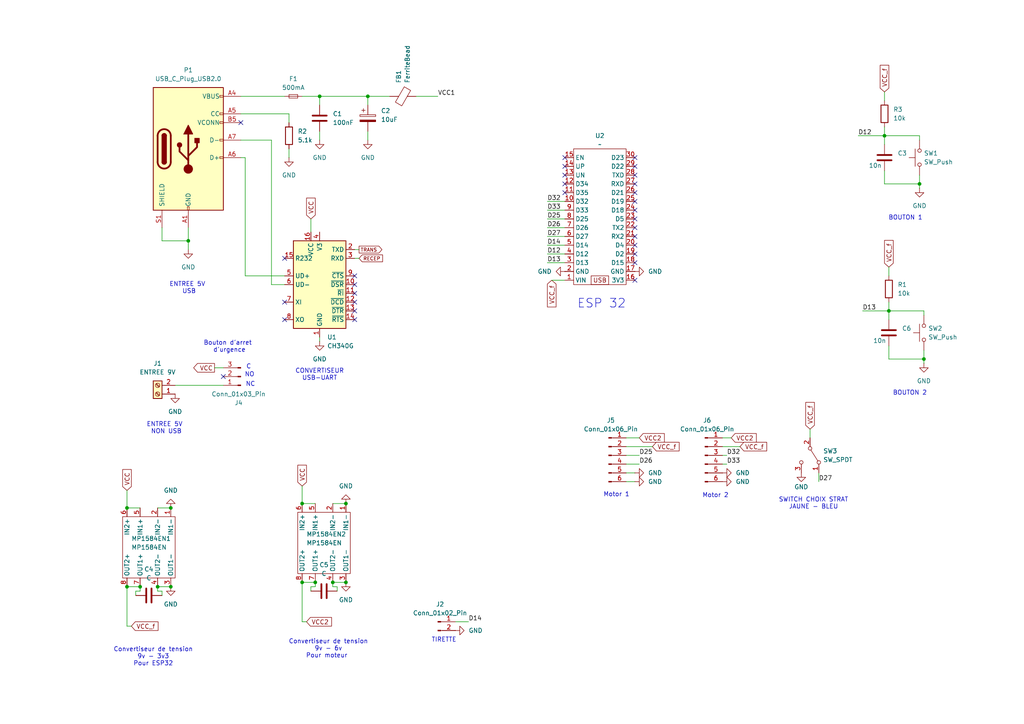
<source format=kicad_sch>
(kicad_sch (version 20231120) (generator "eeschema") (generator_version "8.0")
  (paper "A4")
  (lib_symbols
    (symbol "Connector:Conn_01x02_Pin" (pin_names (offset 1.016) hide)
      (property "Reference" "J" (at 0 2.54 0))
      (property "Value" "Conn_01x02_Pin" (at 0 -5.08 0))
      (symbol "Conn_01x02_Pin_1_1"
        (polyline (pts (xy 1.27 -2.54) (xy 0.8636 -2.54)) (stroke (width 0.1524)))
        (polyline (pts (xy 1.27 0) (xy 0.8636 0)) (stroke (width 0.1524)))
        (rectangle (start 0.8636 -2.413) (end 0 -2.667) (stroke (width 0.1524)) (fill (type outline)))
        (rectangle (start 0.8636 0.127) (end 0 -0.127) (stroke (width 0.1524)) (fill (type outline)))
        (pin passive line (at 5.08 0 180) (length 3.81) (name "Pin_1") (number "1"))
        (pin passive line (at 5.08 -2.54 180) (length 3.81) (name "Pin_2") (number "2"))
      )
    )
    (symbol "Connector:Conn_01x03_Pin" (pin_names (offset 1.016) hide)
      (property "Reference" "J" (at 0 5.08 0))
      (property "Value" "Conn_01x03_Pin" (at 0 -5.08 0))
      (symbol "Conn_01x03_Pin_1_1"
        (polyline (pts (xy 1.27 -2.54) (xy 0.8636 -2.54)) (stroke (width 0.1524)))
        (polyline (pts (xy 1.27 0) (xy 0.8636 0)) (stroke (width 0.1524)))
        (polyline (pts (xy 1.27 2.54) (xy 0.8636 2.54)) (stroke (width 0.1524)))
        (rectangle (start 0.8636 -2.413) (end 0 -2.667) (stroke (width 0.1524)) (fill (type outline)))
        (rectangle (start 0.8636 0.127) (end 0 -0.127) (stroke (width 0.1524)) (fill (type outline)))
        (rectangle (start 0.8636 2.667) (end 0 2.413) (stroke (width 0.1524)) (fill (type outline)))
        (pin passive line (at 5.08 2.54 180) (length 3.81) (name "Pin_1") (number "1"))
        (pin passive line (at 5.08 0 180) (length 3.81) (name "Pin_2") (number "2"))
        (pin passive line (at 5.08 -2.54 180) (length 3.81) (name "Pin_3") (number "3"))
      )
    )
    (symbol "Connector:Conn_01x06_Pin" (pin_names (offset 1.016) hide)
      (property "Reference" "J" (at 0 7.62 0))
      (property "Value" "Conn_01x06_Pin" (at 0 -10.16 0))
      (symbol "Conn_01x06_Pin_1_1"
        (polyline (pts (xy 1.27 -7.62) (xy 0.8636 -7.62)) (stroke (width 0.1524)))
        (polyline (pts (xy 1.27 -5.08) (xy 0.8636 -5.08)) (stroke (width 0.1524)))
        (polyline (pts (xy 1.27 -2.54) (xy 0.8636 -2.54)) (stroke (width 0.1524)))
        (polyline (pts (xy 1.27 0) (xy 0.8636 0)) (stroke (width 0.1524)))
        (polyline (pts (xy 1.27 2.54) (xy 0.8636 2.54)) (stroke (width 0.1524)))
        (polyline (pts (xy 1.27 5.08) (xy 0.8636 5.08)) (stroke (width 0.1524)))
        (rectangle (start 0.8636 -7.493) (end 0 -7.747) (stroke (width 0.1524)) (fill (type outline)))
        (rectangle (start 0.8636 -4.953) (end 0 -5.207) (stroke (width 0.1524)) (fill (type outline)))
        (rectangle (start 0.8636 -2.413) (end 0 -2.667) (stroke (width 0.1524)) (fill (type outline)))
        (rectangle (start 0.8636 0.127) (end 0 -0.127) (stroke (width 0.1524)) (fill (type outline)))
        (rectangle (start 0.8636 2.667) (end 0 2.413) (stroke (width 0.1524)) (fill (type outline)))
        (rectangle (start 0.8636 5.207) (end 0 4.953) (stroke (width 0.1524)) (fill (type outline)))
        (pin passive line (at 5.08 5.08 180) (length 3.81) (name "Pin_1") (number "1"))
        (pin passive line (at 5.08 2.54 180) (length 3.81) (name "Pin_2") (number "2"))
        (pin passive line (at 5.08 0 180) (length 3.81) (name "Pin_3") (number "3"))
        (pin passive line (at 5.08 -2.54 180) (length 3.81) (name "Pin_4") (number "4"))
        (pin passive line (at 5.08 -5.08 180) (length 3.81) (name "Pin_5") (number "5"))
        (pin passive line (at 5.08 -7.62 180) (length 3.81) (name "Pin_6") (number "6"))
      )
    )
    (symbol "Connector:Screw_Terminal_01x02" (pin_names (offset 1.016) hide)
      (property "Reference" "J" (at 0 2.54 0))
      (property "Value" "Screw_Terminal_01x02" (at 0 -5.08 0))
      (symbol "Screw_Terminal_01x02_1_1"
        (rectangle (start -1.27 1.27) (end 1.27 -3.81) (stroke (width 0.254)) (fill (type background)))
        (circle (center 0 -2.54) (radius 0.635) (stroke (width 0.1524)))
        (polyline (pts (xy -0.5334 -2.2098) (xy 0.3302 -3.048)) (stroke (width 0.1524)))
        (polyline (pts (xy -0.5334 0.3302) (xy 0.3302 -0.508)) (stroke (width 0.1524)))
        (polyline (pts (xy -0.3556 -2.032) (xy 0.508 -2.8702)) (stroke (width 0.1524)))
        (polyline (pts (xy -0.3556 0.508) (xy 0.508 -0.3302)) (stroke (width 0.1524)))
        (circle (center 0 0) (radius 0.635) (stroke (width 0.1524)))
        (pin passive line (at -5.08 0 0) (length 3.81) (name "Pin_1") (number "1"))
        (pin passive line (at -5.08 -2.54 0) (length 3.81) (name "Pin_2") (number "2"))
      )
    )
    (symbol "Connector:USB_C_Plug_USB2.0" (pin_names (offset 1.016))
      (property "Reference" "P" (at -10.16 19.05 0))
      (property "Value" "USB_C_Plug_USB2.0" (at 12.7 19.05 0))
      (symbol "USB_C_Plug_USB2.0_0_0"
        (rectangle (start -0.254 -17.78) (end 0.254 -16.764))
        (rectangle (start 10.16 -2.286) (end 9.144 -2.794))
        (rectangle (start 10.16 2.794) (end 9.144 2.286))
        (rectangle (start 10.16 7.874) (end 9.144 7.366))
        (rectangle (start 10.16 10.414) (end 9.144 9.906))
        (rectangle (start 10.16 15.494) (end 9.144 14.986))
      )
      (symbol "USB_C_Plug_USB2.0_0_1"
        (rectangle (start -10.16 17.78) (end 10.16 -17.78) (stroke (width 0.254)) (fill (type background)))
        (arc (start -8.89 -3.81) (mid -6.985 -5.7067) (end -5.08 -3.81) (stroke (width 0.508)))
        (arc (start -7.62 -3.81) (mid -6.985 -4.4423) (end -6.35 -3.81) (stroke (width 0.254)))
        (arc (start -7.62 -3.81) (mid -6.985 -4.4423) (end -6.35 -3.81) (stroke (width 0.254)) (fill (type outline)))
        (rectangle (start -7.62 -3.81) (end -6.35 3.81) (stroke (width 0.254)) (fill (type outline)))
        (arc (start -6.35 3.81) (mid -6.985 4.4423) (end -7.62 3.81) (stroke (width 0.254)))
        (arc (start -6.35 3.81) (mid -6.985 4.4423) (end -7.62 3.81) (stroke (width 0.254)) (fill (type outline)))
        (arc (start -5.08 3.81) (mid -6.985 5.7067) (end -8.89 3.81) (stroke (width 0.508)))
        (circle (center -2.54 1.143) (radius 0.635) (stroke (width 0.254)) (fill (type outline)))
        (circle (center 0 -5.842) (radius 1.27) (fill (type outline)))
        (polyline (pts (xy -8.89 -3.81) (xy -8.89 3.81)) (stroke (width 0.508)))
        (polyline (pts (xy -5.08 3.81) (xy -5.08 -3.81)) (stroke (width 0.508)))
        (polyline (pts (xy 0 -5.842) (xy 0 4.318)) (stroke (width 0.508)))
        (polyline (pts (xy 0 -3.302) (xy -2.54 -0.762) (xy -2.54 0.508)) (stroke (width 0.508)))
        (polyline (pts (xy 0 -2.032) (xy 2.54 0.508) (xy 2.54 1.778)) (stroke (width 0.508)))
        (polyline (pts (xy -1.27 4.318) (xy 0 6.858) (xy 1.27 4.318) (xy -1.27 4.318)) (stroke (width 0.254)) (fill (type outline)))
        (rectangle (start 1.905 1.778) (end 3.175 3.048) (stroke (width 0.254)) (fill (type outline)))
      )
      (symbol "USB_C_Plug_USB2.0_1_1"
        (pin passive line (at 0 -22.86 90) (length 5.08) (name "GND") (number "A1"))
        (pin passive line (at 0 -22.86 90) (length 5.08) hide (name "GND") (number "A12"))
        (pin passive line (at 15.24 15.24 180) (length 5.08) (name "VBUS") (number "A4"))
        (pin bidirectional line (at 15.24 10.16 180) (length 5.08) (name "CC") (number "A5"))
        (pin bidirectional line (at 15.24 -2.54 180) (length 5.08) (name "D+") (number "A6"))
        (pin bidirectional line (at 15.24 2.54 180) (length 5.08) (name "D-") (number "A7"))
        (pin passive line (at 15.24 15.24 180) (length 5.08) hide (name "VBUS") (number "A9"))
        (pin passive line (at 0 -22.86 90) (length 5.08) hide (name "GND") (number "B1"))
        (pin passive line (at 0 -22.86 90) (length 5.08) hide (name "GND") (number "B12"))
        (pin passive line (at 15.24 15.24 180) (length 5.08) hide (name "VBUS") (number "B4"))
        (pin bidirectional line (at 15.24 7.62 180) (length 5.08) (name "VCONN") (number "B5"))
        (pin passive line (at 15.24 15.24 180) (length 5.08) hide (name "VBUS") (number "B9"))
        (pin passive line (at -7.62 -22.86 90) (length 5.08) (name "SHIELD") (number "S1"))
      )
    )
    (symbol "Device:C" (pin_numbers hide) (pin_names (offset 0.254))
      (property "Reference" "C" (at 0.635 2.54 0))
      (property "Value" "C" (at 0.635 -2.54 0))
      (symbol "C_0_1"
        (polyline (pts (xy -2.032 -0.762) (xy 2.032 -0.762)) (stroke (width 0.508)))
        (polyline (pts (xy -2.032 0.762) (xy 2.032 0.762)) (stroke (width 0.508)))
      )
      (symbol "C_1_1"
        (pin passive line (at 0 3.81 270) (length 2.794) (name "~") (number "1"))
        (pin passive line (at 0 -3.81 90) (length 2.794) (name "~") (number "2"))
      )
    )
    (symbol "Device:C_Polarized" (pin_numbers hide) (pin_names (offset 0.254))
      (property "Reference" "C" (at 0.635 2.54 0))
      (property "Value" "C_Polarized" (at 0.635 -2.54 0))
      (symbol "C_Polarized_0_1"
        (rectangle (start -2.286 0.508) (end 2.286 1.016))
        (polyline (pts (xy -1.778 2.286) (xy -0.762 2.286)))
        (polyline (pts (xy -1.27 2.794) (xy -1.27 1.778)))
        (rectangle (start 2.286 -0.508) (end -2.286 -1.016) (fill (type outline)))
      )
      (symbol "C_Polarized_1_1"
        (pin passive line (at 0 3.81 270) (length 2.794) (name "~") (number "1"))
        (pin passive line (at 0 -3.81 90) (length 2.794) (name "~") (number "2"))
      )
    )
    (symbol "Device:FerriteBead" (pin_numbers hide) (pin_names (offset 0))
      (property "Reference" "FB" (at -3.81 0.635 90))
      (property "Value" "FerriteBead" (at 3.81 0 90))
      (symbol "FerriteBead_0_1"
        (polyline (pts (xy 0 -1.27) (xy 0 -1.2192)))
        (polyline (pts (xy 0 1.27) (xy 0 1.2954)))
        (polyline (pts (xy -2.7686 0.4064) (xy -1.7018 2.2606) (xy 2.7686 -0.3048) (xy 1.6764 -2.159) (xy -2.7686 0.4064)))
      )
      (symbol "FerriteBead_1_1"
        (pin passive line (at 0 3.81 270) (length 2.54) (name "~") (number "1"))
        (pin passive line (at 0 -3.81 90) (length 2.54) (name "~") (number "2"))
      )
    )
    (symbol "Device:Fuse_Small" (pin_numbers hide) (pin_names (offset 0.254) hide)
      (property "Reference" "F" (at 0 -1.524 0))
      (property "Value" "Fuse_Small" (at 0 1.524 0))
      (symbol "Fuse_Small_0_1"
        (rectangle (start -1.27 0.508) (end 1.27 -0.508))
        (polyline (pts (xy -1.27 0) (xy 1.27 0)))
      )
      (symbol "Fuse_Small_1_1"
        (pin passive line (at -2.54 0 0) (length 1.27) (name "~") (number "1"))
        (pin passive line (at 2.54 0 180) (length 1.27) (name "~") (number "2"))
      )
    )
    (symbol "Device:R" (pin_numbers hide) (pin_names (offset 0))
      (property "Reference" "R" (at 2.032 0 90))
      (property "Value" "R" (at 0 0 90))
      (symbol "R_0_1"
        (rectangle (start -1.016 -2.54) (end 1.016 2.54) (stroke (width 0.254)))
      )
      (symbol "R_1_1"
        (pin passive line (at 0 3.81 270) (length 1.27) (name "~") (number "1"))
        (pin passive line (at 0 -3.81 90) (length 1.27) (name "~") (number "2"))
      )
    )
    (symbol "ESP_32_ANGE:ESP_32_WROOM32"
      (property "Reference" "U2" (at 0 19.05 0))
      (property "Value" "~" (at 0 16.51 0))
      (symbol "ESP_32_WROOM32_0_1"
        (rectangle (start -7.62 15.24) (end 7.62 -24.13))
        (rectangle (start -2.54 -21.59) (end 2.54 -24.13))
      )
      (symbol "ESP_32_WROOM32_1_1"
        (text "USB\n" (at 0 -22.86 0) (effects (font (size 1.27 1.27))))
        (pin power_in line (at -10.16 -22.86 0) (length 2.54) (name "VIN") (number "1"))
        (pin passive line (at -10.16 0 0) (length 2.54) (name "D32") (number "10"))
        (pin passive line (at -10.16 2.54 0) (length 2.54) (name "D35") (number "11"))
        (pin passive line (at -10.16 5.08 0) (length 2.54) (name "D34") (number "12"))
        (pin passive line (at -10.16 7.62 0) (length 2.54) (name "UN") (number "13"))
        (pin passive line (at -10.16 10.16 0) (length 2.54) (name "UP") (number "14"))
        (pin passive line (at -10.16 12.7 0) (length 2.54) (name "EN") (number "15"))
        (pin power_out line (at 10.16 -22.86 180) (length 2.54) (name "3V3") (number "16"))
        (pin power_in line (at 10.16 -20.32 180) (length 2.54) (name "GND") (number "17"))
        (pin passive line (at 10.16 -17.78 180) (length 2.54) (name "D15") (number "18"))
        (pin passive line (at 10.16 -15.24 180) (length 2.54) (name "D2") (number "19"))
        (pin power_in line (at -10.16 -20.32 0) (length 2.54) (name "GND") (number "2"))
        (pin passive line (at 10.16 -12.7 180) (length 2.54) (name "D4") (number "20"))
        (pin passive line (at 10.16 -10.16 180) (length 2.54) (name "RX2") (number "21"))
        (pin passive line (at 10.16 -7.62 180) (length 2.54) (name "TX2") (number "22"))
        (pin passive line (at 10.16 -5.08 180) (length 2.54) (name "D5") (number "23"))
        (pin passive line (at 10.16 -2.54 180) (length 2.54) (name "D18") (number "24"))
        (pin passive line (at 10.16 0 180) (length 2.54) (name "D19") (number "25"))
        (pin passive line (at 10.16 2.54 180) (length 2.54) (name "D21") (number "26"))
        (pin passive line (at 10.16 5.08 180) (length 2.54) (name "RXD") (number "27"))
        (pin passive line (at 10.16 7.62 180) (length 2.54) (name "TXD") (number "28"))
        (pin passive line (at 10.16 10.16 180) (length 2.54) (name "D22") (number "29"))
        (pin passive line (at -10.16 -17.78 0) (length 2.54) (name "D13") (number "3"))
        (pin passive line (at 10.16 12.7 180) (length 2.54) (name "D23") (number "30"))
        (pin passive line (at -10.16 -15.24 0) (length 2.54) (name "D12") (number "4"))
        (pin passive line (at -10.16 -12.7 0) (length 2.54) (name "D14") (number "5"))
        (pin passive line (at -10.16 -10.16 0) (length 2.54) (name "D27") (number "6"))
        (pin passive line (at -10.16 -7.62 0) (length 2.54) (name "D26") (number "7"))
        (pin passive line (at -10.16 -5.08 0) (length 2.54) (name "D25") (number "8"))
        (pin passive line (at -10.16 -2.54 0) (length 2.54) (name "D33") (number "9"))
      )
    )
    (symbol "GND_5" (power) (pin_names (offset 0))
      (property "Value" "GND_5" (at 0 -3.81 0))
      (symbol "GND_5_0_1"
        (polyline (pts (xy 0 0) (xy 0 -1.27) (xy 1.27 -1.27) (xy 0 -2.54) (xy -1.27 -1.27) (xy 0 -1.27)))
      )
      (symbol "GND_5_1_1"
        (pin power_in line (at 0 0 270) (length 0) hide (name "GND") (number "1"))
      )
    )
    (symbol "GND_6" (power) (pin_names (offset 0))
      (property "Value" "GND_6" (at 0 -3.81 0))
      (symbol "GND_6_0_1"
        (polyline (pts (xy 0 0) (xy 0 -1.27) (xy 1.27 -1.27) (xy 0 -2.54) (xy -1.27 -1.27) (xy 0 -1.27)))
      )
      (symbol "GND_6_1_1"
        (pin power_in line (at 0 0 270) (length 0) hide (name "GND") (number "1"))
      )
    )
    (symbol "Interface_USB:CH340G"
      (property "Reference" "U" (at -5.08 13.97 0))
      (property "Value" "CH340G" (at 1.27 13.97 0))
      (symbol "CH340G_0_1"
        (rectangle (start -7.62 12.7) (end 7.62 -12.7) (stroke (width 0.254)) (fill (type background)))
      )
      (symbol "CH340G_1_1"
        (pin power_in line (at 0 -15.24 90) (length 2.54) (name "GND") (number "1"))
        (pin input line (at 10.16 0 180) (length 2.54) (name "~{DSR}") (number "10"))
        (pin input line (at 10.16 -2.54 180) (length 2.54) (name "~{RI}") (number "11"))
        (pin input line (at 10.16 -5.08 180) (length 2.54) (name "~{DCD}") (number "12"))
        (pin output line (at 10.16 -7.62 180) (length 2.54) (name "~{DTR}") (number "13"))
        (pin output line (at 10.16 -10.16 180) (length 2.54) (name "~{RTS}") (number "14"))
        (pin input line (at -10.16 7.62 0) (length 2.54) (name "R232") (number "15"))
        (pin power_in line (at -2.54 15.24 270) (length 2.54) (name "VCC") (number "16"))
        (pin output line (at 10.16 10.16 180) (length 2.54) (name "TXD") (number "2"))
        (pin input line (at 10.16 7.62 180) (length 2.54) (name "RXD") (number "3"))
        (pin power_out line (at 0 15.24 270) (length 2.54) (name "V3") (number "4"))
        (pin bidirectional line (at -10.16 2.54 0) (length 2.54) (name "UD+") (number "5"))
        (pin bidirectional line (at -10.16 0 0) (length 2.54) (name "UD-") (number "6"))
        (pin input line (at -10.16 -5.08 0) (length 2.54) (name "XI") (number "7"))
        (pin output line (at -10.16 -10.16 0) (length 2.54) (name "XO") (number "8"))
        (pin input line (at 10.16 2.54 180) (length 2.54) (name "~{CTS}") (number "9"))
      )
    )
    (symbol "MP1584EN:Module"
      (property "Reference" "MP1584EN1" (at -2.54 -6.35 90))
      (property "Value" "MP1584EN" (at 0 -6.35 90))
      (symbol "Module_0_1"
        (rectangle (start -8.89 6.35) (end 8.89 -8.89))
      )
      (symbol "Module_1_1"
        (pin input line (at -11.43 5.08 0) (length 2.54) (name "IN1-") (number "1"))
        (pin input line (at -11.43 1.27 0) (length 2.54) (name "IN2-") (number "2"))
        (pin output line (at 11.43 5.08 180) (length 2.54) (name "OUT1-") (number "3"))
        (pin output line (at 11.43 1.27 180) (length 2.54) (name "OUT2-") (number "4"))
        (pin input line (at -11.43 -3.81 0) (length 2.54) (name "IN1+") (number "5"))
        (pin input line (at -11.43 -7.62 0) (length 2.54) (name "IN2+") (number "6"))
        (pin output line (at 11.43 -3.81 180) (length 2.54) (name "OUT1+") (number "7"))
        (pin output line (at 11.43 -7.62 180) (length 2.54) (name "OUT2+") (number "8"))
      )
    )
    (symbol "Switch:SW_Push" (pin_numbers hide) (pin_names (offset 1.016) hide)
      (property "Reference" "SW" (at 1.27 2.54 0))
      (property "Value" "SW_Push" (at 0 -1.524 0))
      (symbol "SW_Push_0_1"
        (circle (center -2.032 0) (radius 0.508))
        (polyline (pts (xy 0 1.27) (xy 0 3.048)))
        (polyline (pts (xy 2.54 1.27) (xy -2.54 1.27)))
        (circle (center 2.032 0) (radius 0.508))
        (pin passive line (at -5.08 0 0) (length 2.54) (name "1") (number "1"))
        (pin passive line (at 5.08 0 180) (length 2.54) (name "2") (number "2"))
      )
    )
    (symbol "Switch:SW_SPDT" (pin_names (offset 0) hide)
      (property "Reference" "SW" (at 0 4.318 0))
      (property "Value" "SW_SPDT" (at 0 -5.08 0))
      (symbol "SW_SPDT_0_0"
        (circle (center -2.032 0) (radius 0.508))
        (circle (center 2.032 -2.54) (radius 0.508))
      )
      (symbol "SW_SPDT_0_1"
        (polyline (pts (xy -1.524 0.254) (xy 1.651 2.286)))
        (circle (center 2.032 2.54) (radius 0.508))
      )
      (symbol "SW_SPDT_1_1"
        (pin passive line (at 5.08 2.54 180) (length 2.54) (name "A") (number "1"))
        (pin passive line (at -5.08 0 0) (length 2.54) (name "B") (number "2"))
        (pin passive line (at 5.08 -2.54 180) (length 2.54) (name "C") (number "3"))
      )
    )
    (symbol "power:GND" (power) (pin_numbers hide) (pin_names (offset 0) hide)
      (property "Value" "GND" (at 0 -3.81 0))
      (symbol "GND_0_1"
        (polyline (pts (xy 0 0) (xy 0 -1.27) (xy 1.27 -1.27) (xy 0 -2.54) (xy -1.27 -1.27) (xy 0 -1.27)))
      )
      (symbol "GND_1_1"
        (pin power_in line (at 0 0 270) (length 0) (name "~") (number "1"))
      )
    )
  )
  (junction (at 100.33 146.05))
  (junction (at 36.83 170.18))
  (junction (at 106.68 27.94))
  (junction (at 87.63 146.05))
  (junction (at 91.44 168.91))
  (junction (at 256.54 39.37))
  (junction (at 100.33 168.91))
  (junction (at 36.83 147.32))
  (junction (at 40.64 170.18))
  (junction (at 49.53 170.18))
  (junction (at 267.97 104.14))
  (junction (at 257.81 90.17))
  (junction (at 45.72 170.18))
  (junction (at 96.52 168.91))
  (junction (at 49.53 147.32))
  (junction (at 92.71 27.94))
  (junction (at 87.63 168.91))
  (junction (at 54.61 69.85))
  (junction (at 266.7 53.34))
  (no_connect (at 184.15 48.26))
  (no_connect (at 69.85 35.56))
  (no_connect (at 163.83 48.26))
  (no_connect (at 184.15 60.96))
  (no_connect (at 184.15 81.28))
  (no_connect (at 64.77 109.22))
  (no_connect (at 163.83 55.88))
  (no_connect (at 184.15 68.58))
  (no_connect (at 184.15 45.72))
  (no_connect (at 184.15 58.42))
  (no_connect (at 184.15 76.2))
  (no_connect (at 102.87 80.01))
  (no_connect (at 184.15 71.12))
  (no_connect (at 184.15 55.88))
  (no_connect (at 102.87 82.55))
  (no_connect (at 82.55 92.71))
  (no_connect (at 102.87 87.63))
  (no_connect (at 102.87 90.17))
  (no_connect (at 184.15 50.8))
  (no_connect (at 163.83 53.34))
  (no_connect (at 163.83 45.72))
  (no_connect (at 184.15 73.66))
  (no_connect (at 82.55 74.93))
  (no_connect (at 102.87 92.71))
  (no_connect (at 184.15 53.34))
  (no_connect (at 163.83 50.8))
  (no_connect (at 184.15 63.5))
  (no_connect (at 184.15 66.04))
  (no_connect (at 82.55 87.63))
  (no_connect (at 102.87 85.09))
  (wire (pts (xy 158.75 60.96) (xy 163.83 60.96)))
  (wire (pts (xy 158.75 58.42) (xy 163.83 58.42)))
  (wire (pts (xy 257.81 77.47) (xy 257.81 80.01)))
  (wire (pts (xy 237.49 139.7) (xy 237.49 137.16)))
  (wire (pts (xy 158.75 63.5) (xy 163.83 63.5)))
  (wire (pts (xy 40.64 170.18) (xy 40.64 171.45)))
  (wire (pts (xy 184.15 137.16) (xy 181.61 137.16)))
  (wire (pts (xy 256.54 53.34) (xy 266.7 53.34)))
  (wire (pts (xy 256.54 39.37) (xy 266.7 39.37)))
  (wire (pts (xy 158.75 73.66) (xy 163.83 73.66)))
  (wire (pts (xy 102.87 74.93) (xy 104.14 74.93)))
  (wire (pts (xy 46.99 171.45) (xy 46.99 172.72)))
  (wire (pts (xy 90.17 63.5) (xy 90.17 67.31)))
  (wire (pts (xy 234.95 124.46) (xy 234.95 127)))
  (wire (pts (xy 185.42 134.62) (xy 181.61 134.62)))
  (wire (pts (xy 36.83 170.18) (xy 40.64 170.18)))
  (wire (pts (xy 45.72 170.18) (xy 45.72 171.45)))
  (wire (pts (xy 209.55 129.54) (xy 214.63 129.54)))
  (wire (pts (xy 92.71 27.94) (xy 106.68 27.94)))
  (wire (pts (xy 40.64 171.45) (xy 39.37 171.45)))
  (wire (pts (xy 257.81 92.71) (xy 257.81 90.17)))
  (wire (pts (xy 209.55 134.62) (xy 210.82 134.62)))
  (wire (pts (xy 45.72 170.18) (xy 49.53 170.18)))
  (wire (pts (xy 36.83 142.24) (xy 36.83 147.32)))
  (wire (pts (xy 71.12 80.01) (xy 71.12 45.72)))
  (wire (pts (xy 256.54 36.83) (xy 256.54 39.37)))
  (wire (pts (xy 266.7 53.34) (xy 266.7 54.61)))
  (wire (pts (xy 78.74 82.55) (xy 82.55 82.55)))
  (wire (pts (xy 69.85 27.94) (xy 82.55 27.94)))
  (wire (pts (xy 54.61 69.85) (xy 54.61 72.39)))
  (wire (pts (xy 266.7 50.8) (xy 266.7 53.34)))
  (wire (pts (xy 96.52 168.91) (xy 100.33 168.91)))
  (wire (pts (xy 256.54 26.67) (xy 256.54 29.21)))
  (wire (pts (xy 160.02 81.28) (xy 163.83 81.28)))
  (wire (pts (xy 46.99 66.04) (xy 46.99 69.85)))
  (wire (pts (xy 87.63 168.91) (xy 91.44 168.91)))
  (wire (pts (xy 82.55 80.01) (xy 71.12 80.01)))
  (wire (pts (xy 71.12 45.72) (xy 69.85 45.72)))
  (wire (pts (xy 90.17 170.18) (xy 90.17 171.45)))
  (wire (pts (xy 54.61 66.04) (xy 54.61 69.85)))
  (wire (pts (xy 209.55 132.08) (xy 210.82 132.08)))
  (wire (pts (xy 87.63 146.05) (xy 91.44 146.05)))
  (wire (pts (xy 39.37 171.45) (xy 39.37 172.72)))
  (wire (pts (xy 87.63 180.34) (xy 88.9 180.34)))
  (wire (pts (xy 87.63 168.91) (xy 87.63 180.34)))
  (wire (pts (xy 185.42 127) (xy 181.61 127)))
  (wire (pts (xy 106.68 30.48) (xy 106.68 27.94)))
  (wire (pts (xy 64.77 106.68) (xy 62.23 106.68)))
  (wire (pts (xy 83.82 33.02) (xy 83.82 35.56)))
  (wire (pts (xy 267.97 104.14) (xy 267.97 105.41)))
  (wire (pts (xy 91.44 168.91) (xy 91.44 170.18)))
  (wire (pts (xy 69.85 33.02) (xy 83.82 33.02)))
  (wire (pts (xy 92.71 97.79) (xy 92.71 99.06)))
  (wire (pts (xy 120.65 27.94) (xy 127 27.94)))
  (wire (pts (xy 36.83 147.32) (xy 40.64 147.32)))
  (wire (pts (xy 248.92 39.37) (xy 256.54 39.37)))
  (wire (pts (xy 158.75 76.2) (xy 163.83 76.2)))
  (wire (pts (xy 257.81 104.14) (xy 267.97 104.14)))
  (wire (pts (xy 87.63 140.97) (xy 87.63 146.05)))
  (wire (pts (xy 96.52 168.91) (xy 96.52 170.18)))
  (wire (pts (xy 267.97 101.6) (xy 267.97 104.14)))
  (wire (pts (xy 96.52 170.18) (xy 97.79 170.18)))
  (wire (pts (xy 158.75 66.04) (xy 163.83 66.04)))
  (wire (pts (xy 209.55 127) (xy 212.09 127)))
  (wire (pts (xy 45.72 147.32) (xy 49.53 147.32)))
  (wire (pts (xy 135.89 180.34) (xy 132.08 180.34)))
  (wire (pts (xy 257.81 100.33) (xy 257.81 104.14)))
  (wire (pts (xy 158.75 68.58) (xy 163.83 68.58)))
  (wire (pts (xy 250.19 90.17) (xy 257.81 90.17)))
  (wire (pts (xy 256.54 41.91) (xy 256.54 39.37)))
  (wire (pts (xy 96.52 146.05) (xy 100.33 146.05)))
  (wire (pts (xy 36.83 170.18) (xy 36.83 181.61)))
  (wire (pts (xy 69.85 40.64) (xy 78.74 40.64)))
  (wire (pts (xy 106.68 27.94) (xy 113.03 27.94)))
  (wire (pts (xy 45.72 171.45) (xy 46.99 171.45)))
  (wire (pts (xy 257.81 87.63) (xy 257.81 90.17)))
  (wire (pts (xy 185.42 132.08) (xy 181.61 132.08)))
  (wire (pts (xy 87.63 27.94) (xy 92.71 27.94)))
  (wire (pts (xy 78.74 40.64) (xy 78.74 82.55)))
  (wire (pts (xy 36.83 181.61) (xy 38.1 181.61)))
  (wire (pts (xy 83.82 43.18) (xy 83.82 45.72)))
  (wire (pts (xy 158.75 71.12) (xy 163.83 71.12)))
  (wire (pts (xy 91.44 170.18) (xy 90.17 170.18)))
  (wire (pts (xy 50.8 111.76) (xy 64.77 111.76)))
  (wire (pts (xy 92.71 38.1) (xy 92.71 40.64)))
  (wire (pts (xy 104.14 72.39) (xy 102.87 72.39)))
  (wire (pts (xy 92.71 30.48) (xy 92.71 27.94)))
  (wire (pts (xy 184.15 139.7) (xy 181.61 139.7)))
  (wire (pts (xy 256.54 49.53) (xy 256.54 53.34)))
  (wire (pts (xy 257.81 90.17) (xy 267.97 90.17)))
  (wire (pts (xy 97.79 170.18) (xy 97.79 171.45)))
  (wire (pts (xy 266.7 39.37) (xy 266.7 40.64)))
  (wire (pts (xy 189.23 129.54) (xy 181.61 129.54)))
  (wire (pts (xy 46.99 69.85) (xy 54.61 69.85)))
  (wire (pts (xy 267.97 90.17) (xy 267.97 91.44)))
  (wire (pts (xy 106.68 38.1) (xy 106.68 40.64)))
  (text "SWITCH CHOIX STRAT\nJAUNE - BLEU" (at 235.966 146.05 0) (effects (font (size 1.27 1.27))))
  (text "Bouton d'arret \nd'urgence" (at 66.548 100.584 0) (effects (font (size 1.27 1.27))))
  (text "NO\n" (at 72.39 108.712 0) (effects (font (size 1.27 1.27))))
  (text "NC\n" (at 72.644 111.506 0) (effects (font (size 1.27 1.27))))
  (text "ENTREE 5V\n USB" (at 54.356 83.566 0) (effects (font (size 1.27 1.27))))
  (text "BOUTON 1\n" (at 262.636 63.246 0) (effects (font (size 1.27 1.27))))
  (text "Convertiseur de tension\n9v - 3v3\nPour ESP32\n" (at 44.45 190.5 0) (effects (font (size 1.27 1.27))))
  (text "C" (at 72.136 106.426 0) (effects (font (size 1.27 1.27))))
  (text "TIRETTE\n" (at 128.778 185.674 0) (effects (font (size 1.27 1.27))))
  (text "CONVERTISEUR\nUSB-UART\n" (at 92.71 108.712 0) (effects (font (size 1.27 1.27))))
  (text "BOUTON 2\n" (at 263.906 114.046 0) (effects (font (size 1.27 1.27))))
  (text "Motor 1\n" (at 178.816 143.51 0) (effects (font (size 1.27 1.27))))
  (text "ENTREE 5V\n NON USB" (at 47.752 124.206 0) (effects (font (size 1.27 1.27))))
  (text "ESP 32" (at 174.498 88.138 0) (effects (font (size 2.54 2.54))))
  (text "Motor 2\n" (at 207.518 143.764 0) (effects (font (size 1.27 1.27))))
  (text "Convertiseur de tension\n9v - 6v\nPour moteur \n " (at 95.25 189.23 0) (effects (font (size 1.27 1.27))))
  (label "D27" (at 237.49 139.7 0))
  (label "D27" (at 158.75 68.58 0))
  (label "D13" (at 158.75 76.2 0))
  (label "D32" (at 158.75 58.42 0))
  (label "VCC1" (at 127 27.94 0))
  (label "D12" (at 158.75 73.66 0))
  (label "D33" (at 210.82 134.62 0))
  (label "D25" (at 185.42 132.08 0))
  (label "D26" (at 185.42 134.62 0))
  (label "D14" (at 158.75 71.12 0))
  (label "D33" (at 158.75 60.96 0))
  (label "D25" (at 158.75 63.5 0))
  (label "D14" (at 135.89 180.34 0))
  (label "D12" (at 248.92 39.37 0))
  (label "D26" (at 158.75 66.04 0))
  (label "D13" (at 250.19 90.17 0))
  (label "D32" (at 210.82 132.08 0))
  (global_label "VCC_f" (shape input) (at 189.23 129.54 0) (property "Intersheetrefs" "${INTERSHEET_REFS}" (effects (hide yes))))
  (global_label "VCC" (shape input) (at 90.17 63.5 90) (property "Intersheetrefs" "${INTERSHEET_REFS}" (effects (hide yes))))
  (global_label "VCC_f" (shape input) (at 38.1 181.61 0) (property "Intersheetrefs" "${INTERSHEET_REFS}" (effects (hide yes))))
  (global_label "VCC" (shape output) (at 62.23 106.68 180) (property "Intersheetrefs" "${INTERSHEET_REFS}" (effects (hide yes))))
  (global_label "VCC_f" (shape input) (at 257.81 77.47 90) (property "Intersheetrefs" "${INTERSHEET_REFS}" (effects (hide yes))))
  (global_label "RECEP" (shape input) (at 104.14 74.93 0) (effects (font (size 1.016 1.016))) (property "Intersheetrefs" "${INTERSHEET_REFS}" (effects (hide yes))))
  (global_label "VCC_f" (shape input) (at 214.63 129.54 0) (property "Intersheetrefs" "${INTERSHEET_REFS}" (effects (hide yes))))
  (global_label "VCC" (shape input) (at 87.63 140.97 90) (property "Intersheetrefs" "${INTERSHEET_REFS}" (effects (hide yes))))
  (global_label "VCC2" (shape input) (at 185.42 127 0) (property "Intersheetrefs" "${INTERSHEET_REFS}" (effects (hide yes))))
  (global_label "VCC2" (shape input) (at 212.09 127 0) (property "Intersheetrefs" "${INTERSHEET_REFS}" (effects (hide yes))))
  (global_label "VCC_f" (shape input) (at 256.54 26.67 90) (property "Intersheetrefs" "${INTERSHEET_REFS}" (effects (hide yes))))
  (global_label "VCC_f" (shape input) (at 234.95 124.46 90) (property "Intersheetrefs" "${INTERSHEET_REFS}" (effects (hide yes))))
  (global_label "VCC2" (shape input) (at 88.9 180.34 0) (property "Intersheetrefs" "${INTERSHEET_REFS}" (effects (hide yes))))
  (global_label "TRANS" (shape output) (at 104.14 72.39 0) (effects (font (size 1.016 1.016))) (property "Intersheetrefs" "${INTERSHEET_REFS}" (effects (hide yes))))
  (global_label "VCC" (shape input) (at 36.83 142.24 90) (property "Intersheetrefs" "${INTERSHEET_REFS}" (effects (hide yes))))
  (global_label "VCC_f" (shape input) (at 160.02 81.28 270) (property "Intersheetrefs" "${INTERSHEET_REFS}" (effects (hide yes))))
  (symbol (lib_id "power:GND") (at 92.71 99.06 0) (unit 1)
    (property "Reference" "#PWR07" (effects (hide yes)))
    (property "Value" "GND" (at 92.71 104.14 0))
    (property "Description" "Power symbol creates a global label with name \"GND\" , ground" (effects (hide yes)))
  )
  (symbol (lib_id "ESP_32_ANGE:ESP_32_WROOM32") (at 173.99 58.42 0) (unit 1)
    (property "Reference" "U2" (at 173.99 39.37 0))
    (property "Value" "~" (at 173.99 41.91 0))
    (property "Footprint" "composant_pami:esp32_wroom32" (effects (hide yes)))
  )
  (symbol (lib_id "Switch:SW_Push") (at 267.97 96.52 90) (unit 1)
    (property "Reference" "SW2" (at 269.24 95.2499 90) (effects (justify right)))
    (property "Value" "SW_Push" (at 269.24 97.7899 90) (effects (justify right)))
    (property "Footprint" "Button_Switch_THT:SW_PUSH_6mm_H13mm" (effects (hide yes)))
    (property "Description" "Push button switch, generic, two pins" (effects (hide yes)))
  )
  (symbol (lib_name "GND_5") (lib_id "power:GND") (at 100.33 146.05 180) (unit 1)
    (property "Reference" "#PWR08" (effects (hide yes)))
    (property "Value" "GND" (at 100.33 140.97 0))
  )
  (symbol (lib_id "Interface_USB:CH340G") (at 92.71 82.55 0) (unit 1)
    (property "Reference" "U1" (at 94.9041 97.79 0) (effects (justify left)))
    (property "Value" "CH340G" (at 94.9041 100.33 0) (effects (justify left)))
    (property "Footprint" "Package_SO:SOIC-16_3.9x9.9mm_P1.27mm" (effects (hide yes)))
    (property "Datasheet" "http://www.datasheet5.com/pdf-local-2195953" (effects (hide yes)))
    (property "Description" "USB serial converter, UART, SOIC-16" (effects (hide yes)))
  )
  (symbol (lib_id "power:GND") (at 266.7 54.61 0) (unit 1)
    (property "Reference" "#PWR012" (effects (hide yes)))
    (property "Value" "GND" (at 266.7 59.69 0))
    (property "Description" "Power symbol creates a global label with name \"GND\" , ground" (effects (hide yes)))
  )
  (symbol (lib_id "Connector:Screw_Terminal_01x02") (at 45.72 114.3 180) (unit 1)
    (property "Reference" "J1" (at 45.72 105.41 0))
    (property "Value" "ENTREE 9V" (at 45.72 107.95 0))
    (property "Footprint" "Connector_PinHeader_2.54mm:PinHeader_1x02_P2.54mm_Vertical" (effects (hide yes)))
  )
  (symbol (lib_id "Device:R") (at 83.82 39.37 0) (unit 1)
    (property "Reference" "R2" (at 86.36 38.0999 0) (effects (justify left)))
    (property "Value" "5.1k" (at 86.36 40.6399 0) (effects (justify left)))
    (property "Description" "Resistor" (effects (hide yes)))
  )
  (symbol (lib_id "Switch:SW_Push") (at 266.7 45.72 90) (unit 1)
    (property "Reference" "SW1" (at 267.97 44.4499 90) (effects (justify right)))
    (property "Value" "SW_Push" (at 267.97 46.9899 90) (effects (justify right)))
    (property "Footprint" "Button_Switch_THT:SW_PUSH_6mm_H13mm" (effects (hide yes)))
    (property "Description" "Push button switch, generic, two pins" (effects (hide yes)))
  )
  (symbol (lib_name "GND_6") (lib_id "power:GND") (at 100.33 168.91 0) (unit 1)
    (property "Reference" "#PWR013" (effects (hide yes)))
    (property "Value" "GND" (at 100.33 173.99 0))
  )
  (symbol (lib_id "power:GND") (at 232.41 137.16 0) (unit 1)
    (property "Reference" "#PWR019" (effects (hide yes)))
    (property "Value" "GND" (at 232.41 141.224 0))
    (property "Description" "Power symbol creates a global label with name \"GND\" , ground" (effects (hide yes)))
  )
  (symbol (lib_id "power:GND") (at 83.82 45.72 0) (unit 1)
    (property "Reference" "#PWR03" (effects (hide yes)))
    (property "Value" "GND" (at 83.82 50.8 0))
    (property "Description" "Power symbol creates a global label with name \"GND\" , ground" (effects (hide yes)))
  )
  (symbol (lib_id "power:GND") (at 209.55 137.16 90) (unit 1)
    (property "Reference" "#PWR017" (effects (hide yes)))
    (property "Value" "GND" (at 213.36 137.1599 90) (effects (justify right)))
    (property "Description" "Power symbol creates a global label with name \"GND\" , ground" (effects (hide yes)))
  )
  (symbol (lib_id "Device:FerriteBead") (at 116.84 27.94 270) (unit 1)
    (property "Reference" "FB1" (at 115.6207 24.13 0) (effects (justify right)))
    (property "Value" "FerriteBead" (at 118.1607 24.13 0) (effects (justify right)))
    (property "Description" "Ferrite bead" (effects (hide yes)))
  )
  (symbol (lib_id "power:GND") (at 209.55 139.7 90) (unit 1)
    (property "Reference" "#PWR018" (effects (hide yes)))
    (property "Value" "GND" (at 213.36 139.6999 90) (effects (justify right)))
    (property "Description" "Power symbol creates a global label with name \"GND\" , ground" (effects (hide yes)))
  )
  (symbol (lib_id "Device:C") (at 257.81 96.52 0) (unit 1)
    (property "Reference" "C6" (at 261.62 95.2499 0) (effects (justify left)))
    (property "Value" "10n" (at 253.238 98.806 0) (effects (justify left)))
    (property "Footprint" "Capacitor_THT:C_Disc_D8.0mm_W5.0mm_P5.00mm" (effects (hide yes)))
    (property "Description" "Unpolarized capacitor" (effects (hide yes)))
  )
  (symbol (lib_id "MP1584EN:Module") (at 95.25 157.48 270) (unit 1)
    (property "Reference" "MP1584EN2" (at 88.9 154.94 90) (effects (justify left)))
    (property "Value" "MP1584EN" (at 88.9 157.48 90) (effects (justify left)))
    (property "Footprint" "MP1584EN amazon module:MP1584EN module" (effects (hide yes)))
  )
  (symbol (lib_id "power:GND") (at 184.15 139.7 90) (unit 1)
    (property "Reference" "#PWR06" (effects (hide yes)))
    (property "Value" "GND" (at 187.96 139.6999 90) (effects (justify right)))
    (property "Description" "Power symbol creates a global label with name \"GND\" , ground" (effects (hide yes)))
  )
  (symbol (lib_id "Device:R") (at 257.81 83.82 0) (unit 1)
    (property "Reference" "R1" (at 260.35 82.5499 0) (effects (justify left)))
    (property "Value" "10k" (at 260.35 85.0899 0) (effects (justify left)))
    (property "Footprint" "Resistor_THT:R_Axial_DIN0411_L9.9mm_D3.6mm_P15.24mm_Horizontal" (effects (hide yes)))
    (property "Description" "Resistor" (effects (hide yes)))
  )
  (symbol (lib_id "power:GND") (at 184.15 78.74 90) (unit 1)
    (property "Reference" "#PWR010" (effects (hide yes)))
    (property "Value" "GND" (at 187.96 78.7399 90) (effects (justify right)))
    (property "Description" "Power symbol creates a global label with name \"GND\" , ground" (effects (hide yes)))
  )
  (symbol (lib_id "Connector:USB_C_Plug_USB2.0") (at 54.61 43.18 0) (unit 1)
    (property "Reference" "P1" (at 54.61 20.32 0))
    (property "Value" "USB_C_Plug_USB2.0" (at 54.61 22.86 0))
    (property "Datasheet" "https://www.usb.org/sites/default/files/documents/usb_type-c.zip" (effects (hide yes)))
    (property "Description" "USB 2.0-only Type-C Plug connector" (effects (hide yes)))
  )
  (symbol (lib_id "Connector:Conn_01x03_Pin") (at 69.85 109.22 180) (unit 1)
    (property "Reference" "J4" (at 69.215 116.84 0))
    (property "Value" "Conn_01x03_Pin" (at 69.215 114.3 0))
    (property "Footprint" "Connector_PinSocket_2.54mm:PinSocket_1x03_P2.54mm_Vertical" (effects (hide yes)))
    (property "Description" "Generic connector, single row, 01x03, script generated" (effects (hide yes)))
  )
  (symbol (lib_id "Device:R") (at 256.54 33.02 0) (unit 1)
    (property "Reference" "R3" (at 259.08 31.7499 0) (effects (justify left)))
    (property "Value" "10k" (at 259.08 34.2899 0) (effects (justify left)))
    (property "Footprint" "Resistor_THT:R_Axial_DIN0411_L9.9mm_D3.6mm_P15.24mm_Horizontal" (effects (hide yes)))
    (property "Description" "Resistor" (effects (hide yes)))
  )
  (symbol (lib_id "Device:C") (at 256.54 45.72 0) (unit 1)
    (property "Reference" "C3" (at 260.35 44.4499 0) (effects (justify left)))
    (property "Value" "10n" (at 251.968 48.006 0) (effects (justify left)))
    (property "Footprint" "Capacitor_THT:C_Disc_D8.0mm_W5.0mm_P5.00mm" (effects (hide yes)))
    (property "Description" "Unpolarized capacitor" (effects (hide yes)))
  )
  (symbol (lib_id "Connector:Conn_01x06_Pin") (at 204.47 132.08 0) (unit 1)
    (property "Reference" "J6" (at 205.105 121.92 0))
    (property "Value" "Conn_01x06_Pin" (at 205.105 124.46 0))
    (property "Footprint" "Connector_PinHeader_2.54mm:PinHeader_1x06_P2.54mm_Vertical" (effects (hide yes)))
    (property "Description" "Generic connector, single row, 01x06, script generated" (effects (hide yes)))
  )
  (symbol (lib_name "GND_6") (lib_id "power:GND") (at 49.53 170.18 0) (unit 1)
    (property "Reference" "#PWR015" (effects (hide yes)))
    (property "Value" "GND" (at 49.53 175.26 0))
  )
  (symbol (lib_id "power:GND") (at 163.83 78.74 270) (unit 1)
    (property "Reference" "#PWR09" (effects (hide yes)))
    (property "Value" "GND" (at 160.02 78.7399 90) (effects (justify right)))
    (property "Description" "Power symbol creates a global label with name \"GND\" , ground" (effects (hide yes)))
  )
  (symbol (lib_id "power:GND") (at 184.15 137.16 90) (unit 1)
    (property "Reference" "#PWR016" (effects (hide yes)))
    (property "Value" "GND" (at 187.96 137.1599 90) (effects (justify right)))
    (property "Description" "Power symbol creates a global label with name \"GND\" , ground" (effects (hide yes)))
  )
  (symbol (lib_id "Connector:Conn_01x06_Pin") (at 176.53 132.08 0) (unit 1)
    (property "Reference" "J5" (at 177.165 121.92 0))
    (property "Value" "Conn_01x06_Pin" (at 177.165 124.46 0))
    (property "Footprint" "Connector_PinHeader_2.54mm:PinHeader_1x06_P2.54mm_Vertical" (effects (hide yes)))
    (property "Description" "Generic connector, single row, 01x06, script generated" (effects (hide yes)))
  )
  (symbol (lib_id "power:GND") (at 92.71 40.64 0) (unit 1)
    (property "Reference" "#PWR05" (effects (hide yes)))
    (property "Value" "GND" (at 92.71 45.72 0))
    (property "Description" "Power symbol creates a global label with name \"GND\" , ground" (effects (hide yes)))
  )
  (symbol (lib_name "GND_5") (lib_id "power:GND") (at 49.53 147.32 180) (unit 1)
    (property "Reference" "#PWR014" (effects (hide yes)))
    (property "Value" "GND" (at 49.53 142.24 0))
  )
  (symbol (lib_id "Device:C") (at 92.71 34.29 0) (unit 1)
    (property "Reference" "C1" (at 96.52 33.0199 0) (effects (justify left)))
    (property "Value" "100nF" (at 96.52 35.5599 0) (effects (justify left)))
    (property "Description" "Unpolarized capacitor" (effects (hide yes)))
  )
  (symbol (lib_id "Connector:Conn_01x02_Pin") (at 127 180.34 0) (unit 1)
    (property "Reference" "J2" (at 127.635 175.26 0))
    (property "Value" "Conn_01x02_Pin" (at 127.635 177.8 0))
    (property "Footprint" "Connector_PinHeader_2.54mm:PinHeader_1x02_P2.54mm_Vertical" (effects (hide yes)))
    (property "Description" "Generic connector, single row, 01x02, script generated" (effects (hide yes)))
  )
  (symbol (lib_id "MP1584EN:Module") (at 44.45 158.75 270) (unit 1)
    (property "Reference" "MP1584EN1" (at 38.1 156.21 90) (effects (justify left)))
    (property "Value" "MP1584EN" (at 38.1 158.75 90) (effects (justify left)))
    (property "Footprint" "MP1584EN amazon module:MP1584EN module" (effects (hide yes)))
  )
  (symbol (lib_id "Device:C_Polarized") (at 106.68 34.29 0) (unit 1)
    (property "Reference" "C2" (at 110.49 32.1309 0) (effects (justify left)))
    (property "Value" "10uF" (at 110.49 34.6709 0) (effects (justify left)))
    (property "Description" "Polarized capacitor" (effects (hide yes)))
  )
  (symbol (lib_id "power:GND") (at 132.08 182.88 90) (unit 1)
    (property "Reference" "#PWR04" (effects (hide yes)))
    (property "Value" "GND" (at 135.89 182.8799 90) (effects (justify right)))
    (property "Description" "Power symbol creates a global label with name \"GND\" , ground" (effects (hide yes)))
  )
  (symbol (lib_id "power:GND") (at 267.97 105.41 0) (unit 1)
    (property "Reference" "#PWR011" (effects (hide yes)))
    (property "Value" "GND" (at 267.97 110.49 0))
    (property "Description" "Power symbol creates a global label with name \"GND\" , ground" (effects (hide yes)))
  )
  (symbol (lib_id "power:GND") (at 106.68 40.64 0) (unit 1)
    (property "Reference" "#PWR020" (effects (hide yes)))
    (property "Value" "GND" (at 106.68 45.72 0))
    (property "Description" "Power symbol creates a global label with name \"GND\" , ground" (effects (hide yes)))
  )
  (symbol (lib_id "Switch:SW_SPDT") (at 234.95 132.08 270) (unit 1)
    (property "Reference" "SW3" (at 238.76 130.8099 90) (effects (justify left)))
    (property "Value" "SW_SPDT" (at 238.76 133.3499 90) (effects (justify left)))
    (property "Footprint" "Connector_PinHeader_2.54mm:PinHeader_1x02_P2.54mm_Vertical" (effects (hide yes)))
  )
  (symbol (lib_id "Device:C") (at 43.18 172.72 90) (unit 1)
    (property "Reference" "C4" (at 43.18 165.1 90))
    (property "Value" "C" (at 43.18 167.64 90))
    (property "Footprint" "Capacitor_THT:C_Disc_D8.0mm_W5.0mm_P5.00mm" (effects (hide yes)))
  )
  (symbol (lib_id "Device:Fuse_Small") (at 85.09 27.94 0) (unit 1)
    (property "Reference" "F1" (at 85.09 22.86 0))
    (property "Value" "500mA" (at 85.09 25.4 0))
    (property "Description" "Fuse, small symbol" (effects (hide yes)))
  )
  (symbol (lib_id "power:GND") (at 50.8 114.3 0) (unit 1)
    (property "Reference" "#PWR02" (effects (hide yes)))
    (property "Value" "GND" (at 50.8 119.38 0))
    (property "Description" "Power symbol creates a global label with name \"GND\" , ground" (effects (hide yes)))
  )
  (symbol (lib_id "power:GND") (at 54.61 72.39 0) (unit 1)
    (property "Reference" "#PWR01" (effects (hide yes)))
    (property "Value" "GND" (at 54.61 77.47 0))
    (property "Description" "Power symbol creates a global label with name \"GND\" , ground" (effects (hide yes)))
  )
  (symbol (lib_id "Device:C") (at 93.98 171.45 90) (unit 1)
    (property "Reference" "C5" (at 93.98 163.83 90))
    (property "Value" "C" (at 93.98 166.37 90))
    (property "Footprint" "Capacitor_THT:C_Disc_D8.0mm_W5.0mm_P5.00mm" (effects (hide yes)))
  )
)
</source>
